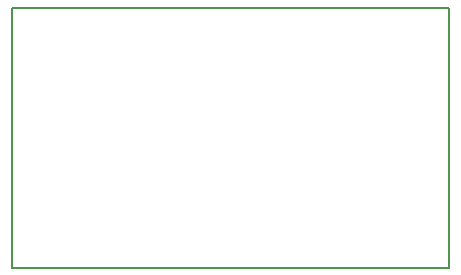
<source format=gbr>
G04 #@! TF.GenerationSoftware,KiCad,Pcbnew,5.0-dev-unknown-997d4de~62~ubuntu17.10.1*
G04 #@! TF.CreationDate,2018-02-23T16:35:03-08:00*
G04 #@! TF.ProjectId,Daughter_Board,44617567687465725F426F6172642E6B,0.1*
G04 #@! TF.SameCoordinates,Original*
G04 #@! TF.FileFunction,Profile,NP*
%FSLAX46Y46*%
G04 Gerber Fmt 4.6, Leading zero omitted, Abs format (unit mm)*
G04 Created by KiCad (PCBNEW 5.0-dev-unknown-997d4de~62~ubuntu17.10.1) date Fri Feb 23 16:35:03 2018*
%MOMM*%
%LPD*%
G01*
G04 APERTURE LIST*
%ADD10C,0.150000*%
G04 APERTURE END LIST*
D10*
X86000000Y-102000000D02*
X86000000Y-80000000D01*
X123000000Y-102000000D02*
X86000000Y-102000000D01*
X123000000Y-80000000D02*
X123000000Y-102000000D01*
X86000000Y-80000000D02*
X123000000Y-80000000D01*
M02*

</source>
